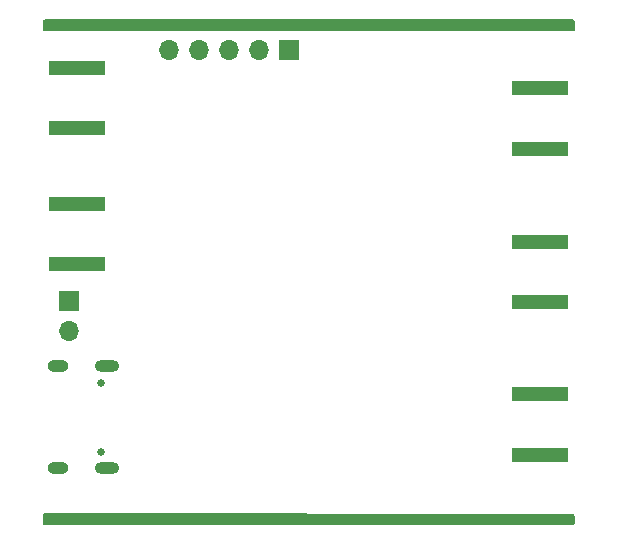
<source format=gbr>
%TF.GenerationSoftware,KiCad,Pcbnew,8.0.6*%
%TF.CreationDate,2024-11-09T22:42:30+08:00*%
%TF.ProjectId,usb_si5351_gpsdo,7573625f-7369-4353-9335-315f67707364,rev?*%
%TF.SameCoordinates,Original*%
%TF.FileFunction,Soldermask,Bot*%
%TF.FilePolarity,Negative*%
%FSLAX46Y46*%
G04 Gerber Fmt 4.6, Leading zero omitted, Abs format (unit mm)*
G04 Created by KiCad (PCBNEW 8.0.6) date 2024-11-09 22:42:30*
%MOMM*%
%LPD*%
G01*
G04 APERTURE LIST*
%ADD10R,4.800000X1.200000*%
%ADD11C,0.650000*%
%ADD12O,2.100000X1.000000*%
%ADD13O,1.800000X1.000000*%
%ADD14R,1.700000X1.700000*%
%ADD15O,1.700000X1.700000*%
G04 APERTURE END LIST*
D10*
%TO.C,J8*%
X142912500Y-100350000D03*
X142912500Y-95250000D03*
%TD*%
D11*
%TO.C,J5*%
X144885000Y-110410000D03*
X144885000Y-116190000D03*
D12*
X145385000Y-108980000D03*
D13*
X141235000Y-108980000D03*
D12*
X145385000Y-117620000D03*
D13*
X141235000Y-117620000D03*
%TD*%
D10*
%TO.C,J2*%
X182087500Y-85450000D03*
X182087500Y-90550000D03*
%TD*%
%TO.C,J1*%
X142912500Y-88800000D03*
X142912500Y-83700000D03*
%TD*%
D14*
%TO.C,J7*%
X160800000Y-82200000D03*
D15*
X158260000Y-82200000D03*
X155720000Y-82200000D03*
X153180000Y-82200000D03*
X150640000Y-82200000D03*
%TD*%
D14*
%TO.C,J6*%
X142200000Y-103425000D03*
D15*
X142200000Y-105965000D03*
%TD*%
D10*
%TO.C,J4*%
X182087500Y-111350000D03*
X182087500Y-116450000D03*
%TD*%
%TO.C,J3*%
X182087500Y-98450000D03*
X182087500Y-103550000D03*
%TD*%
G36*
X184943039Y-79619685D02*
G01*
X184988794Y-79672489D01*
X185000000Y-79724000D01*
X185000000Y-80476000D01*
X184980315Y-80543039D01*
X184927511Y-80588794D01*
X184876000Y-80600000D01*
X140124000Y-80600000D01*
X140056961Y-80580315D01*
X140011206Y-80527511D01*
X140000000Y-80476000D01*
X140000000Y-79724000D01*
X140019685Y-79656961D01*
X140072489Y-79611206D01*
X140124000Y-79600000D01*
X184876000Y-79600000D01*
X184943039Y-79619685D01*
G37*
G36*
X184876267Y-121497152D02*
G01*
X184943264Y-121516981D01*
X184988905Y-121569883D01*
X185000000Y-121621152D01*
X185000000Y-122276000D01*
X184980315Y-122343039D01*
X184927511Y-122388794D01*
X184876000Y-122400000D01*
X140124000Y-122400000D01*
X140056961Y-122380315D01*
X140011206Y-122327511D01*
X140000000Y-122276000D01*
X140000000Y-121524912D01*
X140019685Y-121457873D01*
X140072489Y-121412118D01*
X140124267Y-121400912D01*
X184876267Y-121497152D01*
G37*
M02*

</source>
